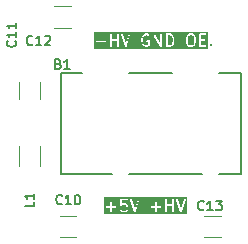
<source format=gbr>
%TF.GenerationSoftware,KiCad,Pcbnew,7.0.10*%
%TF.CreationDate,2024-02-11T10:34:46+07:00*%
%TF.ProjectId,HV-BOARD,48562d42-4f41-4524-942e-6b696361645f,rev?*%
%TF.SameCoordinates,PX86b4dd0PY68e7780*%
%TF.FileFunction,Legend,Top*%
%TF.FilePolarity,Positive*%
%FSLAX46Y46*%
G04 Gerber Fmt 4.6, Leading zero omitted, Abs format (unit mm)*
G04 Created by KiCad (PCBNEW 7.0.10) date 2024-02-11 10:34:46*
%MOMM*%
%LPD*%
G01*
G04 APERTURE LIST*
%ADD10C,0.150000*%
%ADD11C,0.120000*%
%ADD12C,0.200000*%
%ADD13C,0.100000*%
G04 APERTURE END LIST*
D10*
G36*
X15594960Y3077324D02*
G01*
X8545187Y3077324D01*
X8545187Y3689158D01*
X8688044Y3689158D01*
X8696953Y3638634D01*
X8736253Y3605657D01*
X8761905Y3601134D01*
X9067857Y3601134D01*
X9067857Y3295181D01*
X9085404Y3246972D01*
X9129833Y3221320D01*
X9180357Y3230229D01*
X9213334Y3269529D01*
X9217857Y3295181D01*
X9217857Y3601134D01*
X9523810Y3601134D01*
X9572019Y3618681D01*
X9597671Y3663110D01*
X9588762Y3713634D01*
X9549462Y3746611D01*
X9523810Y3751134D01*
X9217857Y3751134D01*
X9217857Y3825527D01*
X9877667Y3825527D01*
X9884193Y3801168D01*
X9890416Y3776738D01*
X9890816Y3776451D01*
X9890944Y3775973D01*
X9911578Y3761525D01*
X9932072Y3746792D01*
X9932565Y3746830D01*
X9932970Y3746546D01*
X9958073Y3748743D01*
X9983232Y3750630D01*
X9983585Y3750976D01*
X9984077Y3751018D01*
X10005414Y3765958D01*
X10044427Y3804971D01*
X10112943Y3839229D01*
X10315628Y3839229D01*
X10384144Y3804971D01*
X10414551Y3774564D01*
X10448809Y3706048D01*
X10448809Y3503363D01*
X10414550Y3434847D01*
X10384143Y3404439D01*
X10315628Y3370181D01*
X10112943Y3370181D01*
X10044427Y3404439D01*
X10005415Y3443452D01*
X9958918Y3465134D01*
X9909363Y3451857D01*
X9879937Y3409832D01*
X9884407Y3358725D01*
X9899347Y3337388D01*
X9946966Y3289768D01*
X9948447Y3289078D01*
X9966459Y3275718D01*
X10061697Y3228099D01*
X10066150Y3227587D01*
X10069586Y3224704D01*
X10095238Y3220181D01*
X10333333Y3220181D01*
X10337546Y3221715D01*
X10341907Y3220673D01*
X10366874Y3228099D01*
X10462112Y3275718D01*
X10463236Y3276906D01*
X10481605Y3289768D01*
X10529223Y3337387D01*
X10529913Y3338869D01*
X10543272Y3356879D01*
X10590891Y3452117D01*
X10591403Y3456571D01*
X10594286Y3460006D01*
X10598809Y3485658D01*
X10598809Y3723753D01*
X10597275Y3727967D01*
X10598317Y3732328D01*
X10590891Y3757294D01*
X10543272Y3852532D01*
X10542082Y3853658D01*
X10529223Y3872024D01*
X10481604Y3919643D01*
X10480122Y3920334D01*
X10462112Y3933692D01*
X10366874Y3981311D01*
X10362420Y3981824D01*
X10358985Y3984706D01*
X10333333Y3989229D01*
X10095238Y3989229D01*
X10091024Y3987696D01*
X10086663Y3988737D01*
X10061697Y3981311D01*
X10043055Y3971991D01*
X10067874Y4220181D01*
X10476190Y4220181D01*
X10524399Y4237728D01*
X10550051Y4282157D01*
X10547393Y4297230D01*
X10734552Y4297230D01*
X10738373Y4271464D01*
X11071706Y3271464D01*
X11073048Y3269773D01*
X11073107Y3267614D01*
X11088856Y3249853D01*
X11103597Y3231278D01*
X11105710Y3230846D01*
X11107144Y3229229D01*
X11130614Y3225749D01*
X11153858Y3220992D01*
X11155757Y3222021D01*
X11157893Y3221704D01*
X11178106Y3234123D01*
X11198972Y3245421D01*
X11199765Y3247429D01*
X11201605Y3248559D01*
X11214008Y3271464D01*
X11353239Y3689158D01*
X12497568Y3689158D01*
X12506477Y3638634D01*
X12545777Y3605657D01*
X12571429Y3601134D01*
X12877381Y3601134D01*
X12877381Y3295181D01*
X12894928Y3246972D01*
X12939357Y3221320D01*
X12989881Y3230229D01*
X13022858Y3269529D01*
X13027381Y3295181D01*
X13734524Y3295181D01*
X13752071Y3246972D01*
X13796500Y3221320D01*
X13847024Y3230229D01*
X13880001Y3269529D01*
X13884524Y3295181D01*
X13884524Y3743991D01*
X14305952Y3743991D01*
X14305952Y3295181D01*
X14323499Y3246972D01*
X14367928Y3221320D01*
X14418452Y3230229D01*
X14451429Y3269529D01*
X14455952Y3295181D01*
X14455952Y4295181D01*
X14455206Y4297230D01*
X14639314Y4297230D01*
X14643135Y4271464D01*
X14976468Y3271464D01*
X14977810Y3269773D01*
X14977869Y3267614D01*
X14993618Y3249853D01*
X15008359Y3231278D01*
X15010472Y3230846D01*
X15011906Y3229229D01*
X15035376Y3225749D01*
X15058620Y3220992D01*
X15060519Y3222021D01*
X15062655Y3221704D01*
X15082868Y3234123D01*
X15103734Y3245421D01*
X15104527Y3247429D01*
X15106367Y3248559D01*
X15118770Y3271464D01*
X15452103Y4271464D01*
X15450702Y4322747D01*
X15416664Y4361133D01*
X15365916Y4368658D01*
X15322203Y4341803D01*
X15309801Y4318898D01*
X15047619Y3532352D01*
X14785437Y4318898D01*
X14753546Y4359084D01*
X14703285Y4369370D01*
X14658171Y4344941D01*
X14639314Y4297230D01*
X14455206Y4297230D01*
X14438405Y4343390D01*
X14393976Y4369042D01*
X14343452Y4360133D01*
X14310475Y4320833D01*
X14305952Y4295181D01*
X14305952Y3893991D01*
X13884524Y3893991D01*
X13884524Y4295181D01*
X13866977Y4343390D01*
X13822548Y4369042D01*
X13772024Y4360133D01*
X13739047Y4320833D01*
X13734524Y4295181D01*
X13734524Y3295181D01*
X13027381Y3295181D01*
X13027381Y3601134D01*
X13333334Y3601134D01*
X13381543Y3618681D01*
X13407195Y3663110D01*
X13398286Y3713634D01*
X13358986Y3746611D01*
X13333334Y3751134D01*
X13027381Y3751134D01*
X13027381Y4057086D01*
X13009834Y4105295D01*
X12965405Y4130947D01*
X12914881Y4122038D01*
X12881904Y4082738D01*
X12877381Y4057086D01*
X12877381Y3751134D01*
X12571429Y3751134D01*
X12523220Y3733587D01*
X12497568Y3689158D01*
X11353239Y3689158D01*
X11547341Y4271464D01*
X11545940Y4322747D01*
X11511902Y4361133D01*
X11461154Y4368658D01*
X11417441Y4341803D01*
X11405039Y4318898D01*
X11142857Y3532352D01*
X10880675Y4318898D01*
X10848784Y4359084D01*
X10798523Y4369370D01*
X10753409Y4344941D01*
X10734552Y4297230D01*
X10547393Y4297230D01*
X10541142Y4332681D01*
X10501842Y4365658D01*
X10476190Y4370181D01*
X10000000Y4370181D01*
X9985032Y4364734D01*
X9969149Y4363542D01*
X9961642Y4356220D01*
X9951791Y4352634D01*
X9943827Y4338841D01*
X9932425Y4327718D01*
X9927693Y4310898D01*
X9926139Y4308205D01*
X9926446Y4306463D01*
X9925372Y4302644D01*
X9877753Y3826454D01*
X9877875Y3825974D01*
X9877667Y3825527D01*
X9217857Y3825527D01*
X9217857Y4057086D01*
X9200310Y4105295D01*
X9155881Y4130947D01*
X9105357Y4122038D01*
X9072380Y4082738D01*
X9067857Y4057086D01*
X9067857Y3751134D01*
X8761905Y3751134D01*
X8713696Y3733587D01*
X8688044Y3689158D01*
X8545187Y3689158D01*
X8545187Y4513038D01*
X15594960Y4513038D01*
X15594960Y3077324D01*
G37*
G36*
X14197581Y18182010D02*
G01*
X14271694Y18107897D01*
X14310187Y18030910D01*
X14353571Y17857376D01*
X14353571Y17732987D01*
X14310187Y17559453D01*
X14271693Y17482466D01*
X14197581Y17408353D01*
X14083068Y17370181D01*
X13932143Y17370181D01*
X13932143Y18220181D01*
X14083068Y18220181D01*
X14197581Y18182010D01*
G37*
G36*
X16050811Y18185923D02*
G01*
X16122753Y18113981D01*
X16163095Y17952614D01*
X16163095Y17637749D01*
X16122753Y17476383D01*
X16050810Y17404439D01*
X15982295Y17370181D01*
X15827229Y17370181D01*
X15758713Y17404439D01*
X15686770Y17476383D01*
X15646429Y17637749D01*
X15646429Y17952614D01*
X15686770Y18113981D01*
X15758713Y18185923D01*
X15827229Y18220181D01*
X15982295Y18220181D01*
X16050811Y18185923D01*
G37*
G36*
X17359575Y17077324D02*
G01*
X7688044Y17077324D01*
X7688044Y17295181D01*
X9067857Y17295181D01*
X9085404Y17246972D01*
X9129833Y17221320D01*
X9180357Y17230229D01*
X9213334Y17269529D01*
X9217857Y17295181D01*
X9217857Y17743991D01*
X9639285Y17743991D01*
X9639285Y17295181D01*
X9656832Y17246972D01*
X9701261Y17221320D01*
X9751785Y17230229D01*
X9784762Y17269529D01*
X9789285Y17295181D01*
X9789285Y18295181D01*
X9788539Y18297230D01*
X9972647Y18297230D01*
X9976468Y18271464D01*
X10309801Y17271464D01*
X10311143Y17269773D01*
X10311202Y17267614D01*
X10326951Y17249853D01*
X10341692Y17231278D01*
X10343805Y17230846D01*
X10345239Y17229229D01*
X10368709Y17225749D01*
X10391953Y17220992D01*
X10393852Y17222021D01*
X10395988Y17221704D01*
X10416201Y17234123D01*
X10437067Y17245421D01*
X10437860Y17247429D01*
X10439700Y17248559D01*
X10452103Y17271464D01*
X10602866Y17723753D01*
X11686905Y17723753D01*
X11688090Y17720496D01*
X11689144Y17705563D01*
X11736763Y17515087D01*
X11738751Y17512143D01*
X11742442Y17499736D01*
X11790061Y17404498D01*
X11791247Y17403375D01*
X11804110Y17385006D01*
X11899348Y17289767D01*
X11903412Y17287872D01*
X11905759Y17284052D01*
X11928664Y17271649D01*
X12071520Y17224030D01*
X12073155Y17224075D01*
X12095238Y17220181D01*
X12190476Y17220181D01*
X12192014Y17220742D01*
X12214193Y17224030D01*
X12357050Y17271649D01*
X12360561Y17274437D01*
X12365030Y17274827D01*
X12386367Y17289768D01*
X12391780Y17295181D01*
X12734524Y17295181D01*
X12752071Y17246972D01*
X12796500Y17221320D01*
X12847024Y17230229D01*
X12880001Y17269529D01*
X12884524Y17295181D01*
X12884524Y18012765D01*
X13315834Y17257970D01*
X13321127Y17253489D01*
X13323499Y17246972D01*
X13340236Y17237309D01*
X13354987Y17224819D01*
X13361921Y17224789D01*
X13367928Y17221320D01*
X13386961Y17224677D01*
X13406289Y17224590D01*
X13411622Y17229025D01*
X13418452Y17230229D01*
X13430876Y17245036D01*
X13445736Y17257392D01*
X13446970Y17264216D01*
X13451429Y17269529D01*
X13455952Y17295181D01*
X13782143Y17295181D01*
X13788806Y17276873D01*
X13792191Y17257681D01*
X13797375Y17253331D01*
X13799690Y17246972D01*
X13816563Y17237230D01*
X13831491Y17224704D01*
X13841233Y17222987D01*
X13844119Y17221320D01*
X13847401Y17221899D01*
X13857143Y17220181D01*
X14095238Y17220181D01*
X14096776Y17220742D01*
X14118955Y17224030D01*
X14261812Y17271649D01*
X14265324Y17274437D01*
X14269791Y17274827D01*
X14291128Y17289767D01*
X14386367Y17385007D01*
X14387058Y17386490D01*
X14400415Y17404498D01*
X14448034Y17499736D01*
X14448440Y17503265D01*
X14453713Y17515087D01*
X14482070Y17628515D01*
X15496429Y17628515D01*
X15497614Y17625258D01*
X15498668Y17610325D01*
X15546287Y17419849D01*
X15550429Y17413717D01*
X15551074Y17406343D01*
X15566015Y17385006D01*
X15661253Y17289767D01*
X15662735Y17289076D01*
X15680745Y17275718D01*
X15775983Y17228099D01*
X15780436Y17227587D01*
X15783872Y17224704D01*
X15809524Y17220181D01*
X16000000Y17220181D01*
X16004213Y17221715D01*
X16008574Y17220673D01*
X16033541Y17228099D01*
X16128779Y17275718D01*
X16129904Y17276908D01*
X16148271Y17289767D01*
X16153685Y17295181D01*
X16591667Y17295181D01*
X16598330Y17276873D01*
X16601715Y17257681D01*
X16606899Y17253331D01*
X16609214Y17246972D01*
X16626087Y17237230D01*
X16641015Y17224704D01*
X16650757Y17222987D01*
X16653643Y17221320D01*
X16656925Y17221899D01*
X16666667Y17220181D01*
X17142857Y17220181D01*
X17191066Y17237728D01*
X17216718Y17282157D01*
X17207809Y17332681D01*
X17168509Y17365658D01*
X17142857Y17370181D01*
X16741667Y17370181D01*
X16741667Y17743991D01*
X17000000Y17743991D01*
X17048209Y17761538D01*
X17073861Y17805967D01*
X17064952Y17856491D01*
X17025652Y17889468D01*
X17000000Y17893991D01*
X16741667Y17893991D01*
X16741667Y18220181D01*
X17142857Y18220181D01*
X17191066Y18237728D01*
X17216718Y18282157D01*
X17207809Y18332681D01*
X17168509Y18365658D01*
X17142857Y18370181D01*
X16666667Y18370181D01*
X16648358Y18363518D01*
X16629167Y18360133D01*
X16624816Y18354949D01*
X16618458Y18352634D01*
X16608715Y18335761D01*
X16596190Y18320833D01*
X16594472Y18311091D01*
X16592806Y18308205D01*
X16593384Y18304923D01*
X16591667Y18295181D01*
X16591667Y17295181D01*
X16153685Y17295181D01*
X16243510Y17385007D01*
X16246637Y17391715D01*
X16252627Y17396060D01*
X16263237Y17419849D01*
X16310856Y17610325D01*
X16310495Y17613774D01*
X16313095Y17628515D01*
X16313095Y17961848D01*
X16311909Y17965106D01*
X16310856Y17980038D01*
X16263237Y18170514D01*
X16259095Y18176647D01*
X16258450Y18184020D01*
X16243509Y18205357D01*
X16148271Y18300595D01*
X16146789Y18301286D01*
X16128779Y18314644D01*
X16033541Y18362263D01*
X16029087Y18362776D01*
X16025652Y18365658D01*
X16000000Y18370181D01*
X15809524Y18370181D01*
X15805310Y18368648D01*
X15800949Y18369689D01*
X15775983Y18362263D01*
X15680745Y18314644D01*
X15679621Y18313458D01*
X15661253Y18300595D01*
X15566015Y18205357D01*
X15562887Y18198650D01*
X15556897Y18194303D01*
X15546287Y18170514D01*
X15498668Y17980038D01*
X15499028Y17976590D01*
X15496429Y17961848D01*
X15496429Y17628515D01*
X14482070Y17628515D01*
X14501332Y17705563D01*
X14500971Y17709012D01*
X14503571Y17723753D01*
X14503571Y17866610D01*
X14502385Y17869868D01*
X14501332Y17884800D01*
X14453713Y18075276D01*
X14451724Y18078221D01*
X14448034Y18090627D01*
X14400415Y18185865D01*
X14399228Y18186989D01*
X14386366Y18205357D01*
X14291128Y18300595D01*
X14287064Y18302490D01*
X14284717Y18306311D01*
X14261812Y18318713D01*
X14118955Y18366332D01*
X14117320Y18366288D01*
X14095238Y18370181D01*
X13857143Y18370181D01*
X13838834Y18363518D01*
X13819643Y18360133D01*
X13815292Y18354949D01*
X13808934Y18352634D01*
X13799191Y18335761D01*
X13786666Y18320833D01*
X13784948Y18311091D01*
X13783282Y18308205D01*
X13783860Y18304923D01*
X13782143Y18295181D01*
X13782143Y17295181D01*
X13455952Y17295181D01*
X13455952Y18295181D01*
X13438405Y18343390D01*
X13393976Y18369042D01*
X13343452Y18360133D01*
X13310475Y18320833D01*
X13305952Y18295181D01*
X13305952Y17577598D01*
X12874642Y18332391D01*
X12869349Y18336873D01*
X12866977Y18343390D01*
X12850237Y18353055D01*
X12835489Y18365543D01*
X12828554Y18365574D01*
X12822548Y18369042D01*
X12803514Y18365686D01*
X12784187Y18365772D01*
X12778853Y18361338D01*
X12772024Y18360133D01*
X12759599Y18345327D01*
X12744740Y18332970D01*
X12743505Y18326147D01*
X12739047Y18320833D01*
X12734524Y18295181D01*
X12734524Y17295181D01*
X12391780Y17295181D01*
X12433985Y17337387D01*
X12440903Y17352225D01*
X12451429Y17364768D01*
X12454272Y17380896D01*
X12455666Y17383884D01*
X12455143Y17385835D01*
X12455952Y17390420D01*
X12455952Y17723753D01*
X12449288Y17742062D01*
X12445904Y17761253D01*
X12440719Y17765604D01*
X12438405Y17771962D01*
X12421531Y17781705D01*
X12406604Y17794230D01*
X12396861Y17795948D01*
X12393976Y17797614D01*
X12390693Y17797036D01*
X12380952Y17798753D01*
X12190476Y17798753D01*
X12142267Y17781206D01*
X12116615Y17736777D01*
X12125524Y17686253D01*
X12164824Y17653276D01*
X12190476Y17648753D01*
X12305952Y17648753D01*
X12305952Y17421486D01*
X12292819Y17408353D01*
X12178306Y17370181D01*
X12107408Y17370181D01*
X11992895Y17408352D01*
X11918782Y17482466D01*
X11880288Y17559453D01*
X11836905Y17732987D01*
X11836905Y17857376D01*
X11880288Y18030910D01*
X11918782Y18107897D01*
X11992895Y18182010D01*
X12107408Y18220181D01*
X12220390Y18220181D01*
X12299792Y18180480D01*
X12350758Y18174615D01*
X12393571Y18202881D01*
X12408198Y18252056D01*
X12387795Y18299127D01*
X12366874Y18314644D01*
X12271636Y18362263D01*
X12267182Y18362776D01*
X12263747Y18365658D01*
X12238095Y18370181D01*
X12095238Y18370181D01*
X12093700Y18369622D01*
X12071520Y18366332D01*
X11928664Y18318713D01*
X11925153Y18315927D01*
X11920685Y18315536D01*
X11899348Y18300595D01*
X11804110Y18205357D01*
X11803419Y18203876D01*
X11790061Y18185865D01*
X11742442Y18090627D01*
X11742035Y18087099D01*
X11736763Y18075276D01*
X11689144Y17884800D01*
X11689504Y17881352D01*
X11686905Y17866610D01*
X11686905Y17723753D01*
X10602866Y17723753D01*
X10785436Y18271464D01*
X10784035Y18322747D01*
X10749997Y18361133D01*
X10699249Y18368658D01*
X10655536Y18341803D01*
X10643134Y18318898D01*
X10380952Y17532352D01*
X10118770Y18318898D01*
X10086879Y18359084D01*
X10036618Y18369370D01*
X9991504Y18344941D01*
X9972647Y18297230D01*
X9788539Y18297230D01*
X9771738Y18343390D01*
X9727309Y18369042D01*
X9676785Y18360133D01*
X9643808Y18320833D01*
X9639285Y18295181D01*
X9639285Y17893991D01*
X9217857Y17893991D01*
X9217857Y18295181D01*
X9200310Y18343390D01*
X9155881Y18369042D01*
X9105357Y18360133D01*
X9072380Y18320833D01*
X9067857Y18295181D01*
X9067857Y17295181D01*
X7688044Y17295181D01*
X7688044Y17689158D01*
X7830901Y17689158D01*
X7839810Y17638634D01*
X7879110Y17605657D01*
X7904762Y17601134D01*
X8666667Y17601134D01*
X8714876Y17618681D01*
X8740528Y17663110D01*
X8731619Y17713634D01*
X8692319Y17746611D01*
X8666667Y17751134D01*
X7904762Y17751134D01*
X7856553Y17733587D01*
X7830901Y17689158D01*
X7688044Y17689158D01*
X7688044Y18513038D01*
X17359575Y18513038D01*
X17359575Y17077324D01*
G37*
X2485714Y17463896D02*
X2447618Y17425800D01*
X2447618Y17425800D02*
X2333333Y17387705D01*
X2333333Y17387705D02*
X2257142Y17387705D01*
X2257142Y17387705D02*
X2142856Y17425800D01*
X2142856Y17425800D02*
X2066666Y17501991D01*
X2066666Y17501991D02*
X2028571Y17578181D01*
X2028571Y17578181D02*
X1990475Y17730562D01*
X1990475Y17730562D02*
X1990475Y17844848D01*
X1990475Y17844848D02*
X2028571Y17997229D01*
X2028571Y17997229D02*
X2066666Y18073420D01*
X2066666Y18073420D02*
X2142856Y18149610D01*
X2142856Y18149610D02*
X2257142Y18187705D01*
X2257142Y18187705D02*
X2333333Y18187705D01*
X2333333Y18187705D02*
X2447618Y18149610D01*
X2447618Y18149610D02*
X2485714Y18111515D01*
X3247618Y17387705D02*
X2790475Y17387705D01*
X3019047Y17387705D02*
X3019047Y18187705D01*
X3019047Y18187705D02*
X2942856Y18073420D01*
X2942856Y18073420D02*
X2866666Y17997229D01*
X2866666Y17997229D02*
X2790475Y17959134D01*
X3552380Y18111515D02*
X3590476Y18149610D01*
X3590476Y18149610D02*
X3666666Y18187705D01*
X3666666Y18187705D02*
X3857142Y18187705D01*
X3857142Y18187705D02*
X3933333Y18149610D01*
X3933333Y18149610D02*
X3971428Y18111515D01*
X3971428Y18111515D02*
X4009523Y18035324D01*
X4009523Y18035324D02*
X4009523Y17959134D01*
X4009523Y17959134D02*
X3971428Y17844848D01*
X3971428Y17844848D02*
X3514285Y17387705D01*
X3514285Y17387705D02*
X4009523Y17387705D01*
X1036104Y17735715D02*
X1074200Y17697619D01*
X1074200Y17697619D02*
X1112295Y17583334D01*
X1112295Y17583334D02*
X1112295Y17507143D01*
X1112295Y17507143D02*
X1074200Y17392857D01*
X1074200Y17392857D02*
X998009Y17316667D01*
X998009Y17316667D02*
X921819Y17278572D01*
X921819Y17278572D02*
X769438Y17240476D01*
X769438Y17240476D02*
X655152Y17240476D01*
X655152Y17240476D02*
X502771Y17278572D01*
X502771Y17278572D02*
X426580Y17316667D01*
X426580Y17316667D02*
X350390Y17392857D01*
X350390Y17392857D02*
X312295Y17507143D01*
X312295Y17507143D02*
X312295Y17583334D01*
X312295Y17583334D02*
X350390Y17697619D01*
X350390Y17697619D02*
X388485Y17735715D01*
X1112295Y18497619D02*
X1112295Y18040476D01*
X1112295Y18269048D02*
X312295Y18269048D01*
X312295Y18269048D02*
X426580Y18192857D01*
X426580Y18192857D02*
X502771Y18116667D01*
X502771Y18116667D02*
X540866Y18040476D01*
X1112295Y19259524D02*
X1112295Y18802381D01*
X1112295Y19030953D02*
X312295Y19030953D01*
X312295Y19030953D02*
X426580Y18954762D01*
X426580Y18954762D02*
X502771Y18878572D01*
X502771Y18878572D02*
X540866Y18802381D01*
X2612295Y4116667D02*
X2612295Y3735715D01*
X2612295Y3735715D02*
X1812295Y3735715D01*
X2612295Y4802381D02*
X2612295Y4345238D01*
X2612295Y4573810D02*
X1812295Y4573810D01*
X1812295Y4573810D02*
X1926580Y4497619D01*
X1926580Y4497619D02*
X2002771Y4421429D01*
X2002771Y4421429D02*
X2040866Y4345238D01*
X16985714Y3463896D02*
X16947618Y3425800D01*
X16947618Y3425800D02*
X16833333Y3387705D01*
X16833333Y3387705D02*
X16757142Y3387705D01*
X16757142Y3387705D02*
X16642856Y3425800D01*
X16642856Y3425800D02*
X16566666Y3501991D01*
X16566666Y3501991D02*
X16528571Y3578181D01*
X16528571Y3578181D02*
X16490475Y3730562D01*
X16490475Y3730562D02*
X16490475Y3844848D01*
X16490475Y3844848D02*
X16528571Y3997229D01*
X16528571Y3997229D02*
X16566666Y4073420D01*
X16566666Y4073420D02*
X16642856Y4149610D01*
X16642856Y4149610D02*
X16757142Y4187705D01*
X16757142Y4187705D02*
X16833333Y4187705D01*
X16833333Y4187705D02*
X16947618Y4149610D01*
X16947618Y4149610D02*
X16985714Y4111515D01*
X17747618Y3387705D02*
X17290475Y3387705D01*
X17519047Y3387705D02*
X17519047Y4187705D01*
X17519047Y4187705D02*
X17442856Y4073420D01*
X17442856Y4073420D02*
X17366666Y3997229D01*
X17366666Y3997229D02*
X17290475Y3959134D01*
X18014285Y4187705D02*
X18509523Y4187705D01*
X18509523Y4187705D02*
X18242857Y3882943D01*
X18242857Y3882943D02*
X18357142Y3882943D01*
X18357142Y3882943D02*
X18433333Y3844848D01*
X18433333Y3844848D02*
X18471428Y3806753D01*
X18471428Y3806753D02*
X18509523Y3730562D01*
X18509523Y3730562D02*
X18509523Y3540086D01*
X18509523Y3540086D02*
X18471428Y3463896D01*
X18471428Y3463896D02*
X18433333Y3425800D01*
X18433333Y3425800D02*
X18357142Y3387705D01*
X18357142Y3387705D02*
X18128571Y3387705D01*
X18128571Y3387705D02*
X18052380Y3425800D01*
X18052380Y3425800D02*
X18014285Y3463896D01*
X4985714Y3963896D02*
X4947618Y3925800D01*
X4947618Y3925800D02*
X4833333Y3887705D01*
X4833333Y3887705D02*
X4757142Y3887705D01*
X4757142Y3887705D02*
X4642856Y3925800D01*
X4642856Y3925800D02*
X4566666Y4001991D01*
X4566666Y4001991D02*
X4528571Y4078181D01*
X4528571Y4078181D02*
X4490475Y4230562D01*
X4490475Y4230562D02*
X4490475Y4344848D01*
X4490475Y4344848D02*
X4528571Y4497229D01*
X4528571Y4497229D02*
X4566666Y4573420D01*
X4566666Y4573420D02*
X4642856Y4649610D01*
X4642856Y4649610D02*
X4757142Y4687705D01*
X4757142Y4687705D02*
X4833333Y4687705D01*
X4833333Y4687705D02*
X4947618Y4649610D01*
X4947618Y4649610D02*
X4985714Y4611515D01*
X5747618Y3887705D02*
X5290475Y3887705D01*
X5519047Y3887705D02*
X5519047Y4687705D01*
X5519047Y4687705D02*
X5442856Y4573420D01*
X5442856Y4573420D02*
X5366666Y4497229D01*
X5366666Y4497229D02*
X5290475Y4459134D01*
X6242857Y4687705D02*
X6319047Y4687705D01*
X6319047Y4687705D02*
X6395238Y4649610D01*
X6395238Y4649610D02*
X6433333Y4611515D01*
X6433333Y4611515D02*
X6471428Y4535324D01*
X6471428Y4535324D02*
X6509523Y4382943D01*
X6509523Y4382943D02*
X6509523Y4192467D01*
X6509523Y4192467D02*
X6471428Y4040086D01*
X6471428Y4040086D02*
X6433333Y3963896D01*
X6433333Y3963896D02*
X6395238Y3925800D01*
X6395238Y3925800D02*
X6319047Y3887705D01*
X6319047Y3887705D02*
X6242857Y3887705D01*
X6242857Y3887705D02*
X6166666Y3925800D01*
X6166666Y3925800D02*
X6128571Y3963896D01*
X6128571Y3963896D02*
X6090476Y4040086D01*
X6090476Y4040086D02*
X6052380Y4192467D01*
X6052380Y4192467D02*
X6052380Y4382943D01*
X6052380Y4382943D02*
X6090476Y4535324D01*
X6090476Y4535324D02*
X6128571Y4611515D01*
X6128571Y4611515D02*
X6166666Y4649610D01*
X6166666Y4649610D02*
X6242857Y4687705D01*
X4676190Y15806753D02*
X4790476Y15768658D01*
X4790476Y15768658D02*
X4828571Y15730562D01*
X4828571Y15730562D02*
X4866667Y15654372D01*
X4866667Y15654372D02*
X4866667Y15540086D01*
X4866667Y15540086D02*
X4828571Y15463896D01*
X4828571Y15463896D02*
X4790476Y15425800D01*
X4790476Y15425800D02*
X4714286Y15387705D01*
X4714286Y15387705D02*
X4409524Y15387705D01*
X4409524Y15387705D02*
X4409524Y16187705D01*
X4409524Y16187705D02*
X4676190Y16187705D01*
X4676190Y16187705D02*
X4752381Y16149610D01*
X4752381Y16149610D02*
X4790476Y16111515D01*
X4790476Y16111515D02*
X4828571Y16035324D01*
X4828571Y16035324D02*
X4828571Y15959134D01*
X4828571Y15959134D02*
X4790476Y15882943D01*
X4790476Y15882943D02*
X4752381Y15844848D01*
X4752381Y15844848D02*
X4676190Y15806753D01*
X4676190Y15806753D02*
X4409524Y15806753D01*
X5628571Y15387705D02*
X5171428Y15387705D01*
X5400000Y15387705D02*
X5400000Y16187705D01*
X5400000Y16187705D02*
X5323809Y16073420D01*
X5323809Y16073420D02*
X5247619Y15997229D01*
X5247619Y15997229D02*
X5171428Y15959134D01*
D11*
%TO.C,C12*%
X4288748Y20660000D02*
X5711252Y20660000D01*
X4288748Y18840000D02*
X5711252Y18840000D01*
%TO.C,C11*%
X3160000Y14211252D02*
X3160000Y12788748D01*
X1340000Y14211252D02*
X1340000Y12788748D01*
%TO.C,L1*%
X1340000Y7164758D02*
X1340000Y8835242D01*
X3160000Y7164758D02*
X3160000Y8835242D01*
%TO.C,C13*%
X18461252Y1090000D02*
X17038748Y1090000D01*
X18461252Y2910000D02*
X17038748Y2910000D01*
%TO.C,C10*%
X4788748Y2910000D02*
X6211252Y2910000D01*
X4788748Y1090000D02*
X6211252Y1090000D01*
D12*
%TO.C,B1*%
X20120000Y6500000D02*
X20120000Y15000000D01*
X20120000Y15000000D02*
X18300000Y15000000D01*
X18300000Y6500000D02*
X20120000Y6500000D01*
D13*
X17580000Y17350000D02*
X17580000Y17350000D01*
X17580000Y17450000D02*
X17580000Y17450000D01*
D12*
X14300000Y15000000D02*
X10700000Y15000000D01*
X10700000Y6500000D02*
X16800000Y6500000D01*
X6700000Y15000000D02*
X4880000Y15000000D01*
X4880000Y6500000D02*
X9200000Y6500000D01*
X4880000Y15000000D02*
X4880000Y6500000D01*
D13*
X17580000Y17450000D02*
G75*
G03*
X17580000Y17350000I0J-50000D01*
G01*
X17580000Y17350000D02*
G75*
G03*
X17580000Y17450000I0J50000D01*
G01*
%TD*%
M02*

</source>
